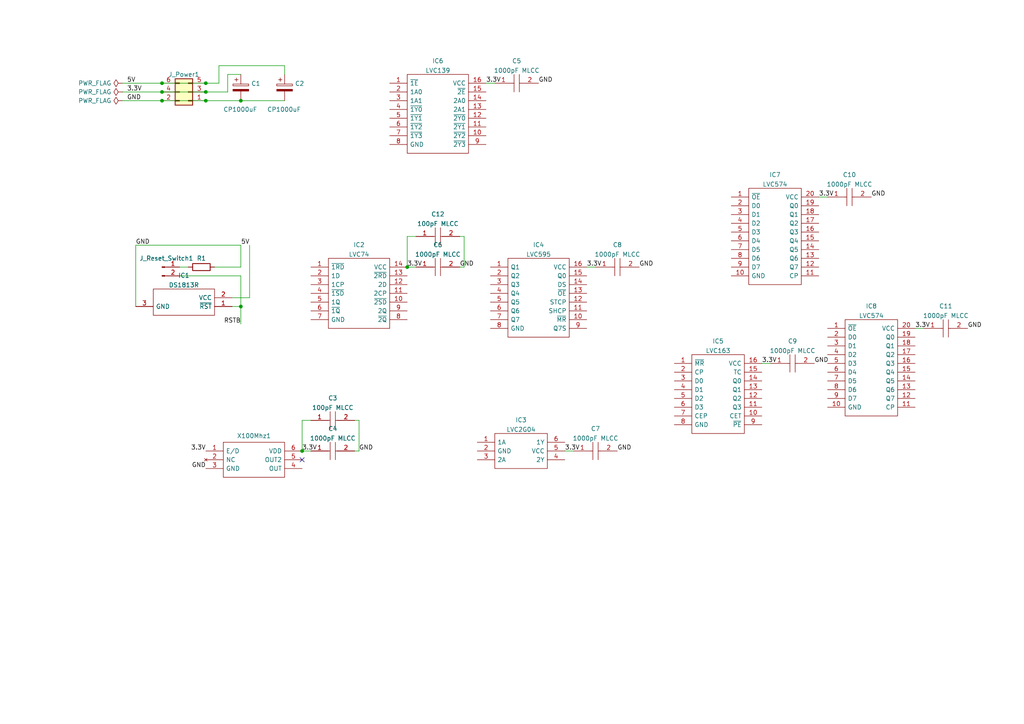
<source format=kicad_sch>
(kicad_sch (version 20211123) (generator eeschema)
  (paper "A4")
  (lib_symbols
    (symbol "Connector:Conn_01x02_Male" (pin_names (offset 1.016) hide)
      (property "Reference" "J" (at 0 2.54 0))
      (property "Value" "Conn_01x02_Male" (at 0 -5.08 0))
      (symbol "Conn_01x02_Male_1_1"
        (polyline (pts (xy 1.27 -2.54) (xy 0.8636 -2.54)) (stroke (width 0.1524)))
        (polyline (pts (xy 1.27 0) (xy 0.8636 0)) (stroke (width 0.1524)))
        (rectangle (start 0.8636 -2.413) (end 0 -2.667) (stroke (width 0.1524)) (fill (type outline)))
        (rectangle (start 0.8636 0.127) (end 0 -0.127) (stroke (width 0.1524)) (fill (type outline)))
        (pin passive line (at 5.08 0 180) (length 3.81) (name "Pin_1") (number "1"))
        (pin passive line (at 5.08 -2.54 180) (length 3.81) (name "Pin_2") (number "2"))
      )
    )
    (symbol "Connector_Generic:Conn_02x03_Odd_Even" (pin_names (offset 1.016) hide)
      (property "Reference" "J" (at 1.27 5.08 0))
      (property "Value" "Conn_02x03_Odd_Even" (at 1.27 -5.08 0))
      (symbol "Conn_02x03_Odd_Even_1_1"
        (rectangle (start -1.27 -2.413) (end 0 -2.667) (stroke (width 0.1524)))
        (rectangle (start -1.27 0.127) (end 0 -0.127) (stroke (width 0.1524)))
        (rectangle (start -1.27 2.667) (end 0 2.413) (stroke (width 0.1524)))
        (rectangle (start -1.27 3.81) (end 3.81 -3.81) (stroke (width 0.254)) (fill (type background)))
        (rectangle (start 3.81 -2.413) (end 2.54 -2.667) (stroke (width 0.1524)))
        (rectangle (start 3.81 0.127) (end 2.54 -0.127) (stroke (width 0.1524)))
        (rectangle (start 3.81 2.667) (end 2.54 2.413) (stroke (width 0.1524)))
        (pin passive line (at -5.08 2.54 0) (length 3.81) (name "Pin_1") (number "1"))
        (pin passive line (at 7.62 2.54 180) (length 3.81) (name "Pin_2") (number "2"))
        (pin passive line (at -5.08 0 0) (length 3.81) (name "Pin_3") (number "3"))
        (pin passive line (at 7.62 0 180) (length 3.81) (name "Pin_4") (number "4"))
        (pin passive line (at -5.08 -2.54 0) (length 3.81) (name "Pin_5") (number "5"))
        (pin passive line (at 7.62 -2.54 180) (length 3.81) (name "Pin_6") (number "6"))
      )
    )
    (symbol "Device:CP" (pin_numbers hide) (pin_names (offset 0.254))
      (property "Reference" "C" (at 0.635 2.54 0))
      (property "Value" "Device_CP" (at 0.635 -2.54 0))
      (symbol "CP_0_1"
        (rectangle (start -2.286 0.508) (end 2.286 1.016))
        (polyline (pts (xy -1.778 2.286) (xy -0.762 2.286)))
        (polyline (pts (xy -1.27 2.794) (xy -1.27 1.778)))
        (rectangle (start 2.286 -0.508) (end -2.286 -1.016) (fill (type outline)))
      )
      (symbol "CP_1_1"
        (pin passive line (at 0 3.81 270) (length 2.794) (name "~") (number "1"))
        (pin passive line (at 0 -3.81 90) (length 2.794) (name "~") (number "2"))
      )
    )
    (symbol "Device:R" (pin_numbers hide) (pin_names (offset 0))
      (property "Reference" "R" (at 2.032 0 90))
      (property "Value" "R" (at 0 0 90))
      (symbol "R_0_1"
        (rectangle (start -1.016 -2.54) (end 1.016 2.54) (stroke (width 0.254)))
      )
      (symbol "R_1_1"
        (pin passive line (at 0 3.81 270) (length 1.27) (name "~") (number "1"))
        (pin passive line (at 0 -3.81 90) (length 1.27) (name "~") (number "2"))
      )
    )
    (symbol "Maxim:DS1813R-10+T&R" (pin_names (offset 0.762))
      (property "Reference" "IC" (at 24.13 7.62 0))
      (property "Value" "DS1813R-10+T&R" (at 24.13 5.08 0))
      (symbol "DS1813R-10+T&R_0_0"
        (pin passive line (at 0 0 0) (length 5.08) (name "~{RST}") (number "1"))
        (pin passive line (at 0 -2.54 0) (length 5.08) (name "VCC") (number "2"))
        (pin passive line (at 27.94 0 180) (length 5.08) (name "GND") (number "3"))
      )
      (symbol "DS1813R-10+T&R_0_1"
        (polyline (pts (xy 5.08 2.54) (xy 22.86 2.54) (xy 22.86 -5.08) (xy 5.08 -5.08) (xy 5.08 2.54)) (stroke (width 0.1524)))
      )
    )
    (symbol "Nexperia:74LVC139PW,118" (pin_names (offset 0.762))
      (property "Reference" "IC" (at 24.13 7.62 0))
      (property "Value" "74LVC139PW,118" (at 24.13 5.08 0))
      (symbol "74LVC139PW,118_0_0"
        (pin passive line (at 0 0 0) (length 5.08) (name "~{1E}") (number "1"))
        (pin passive line (at 27.94 -15.24 180) (length 5.08) (name "~{2Y2}") (number "10"))
        (pin passive line (at 27.94 -12.7 180) (length 5.08) (name "~{2Y1}") (number "11"))
        (pin passive line (at 27.94 -10.16 180) (length 5.08) (name "~{2Y0}") (number "12"))
        (pin passive line (at 27.94 -7.62 180) (length 5.08) (name "2A1") (number "13"))
        (pin passive line (at 27.94 -5.08 180) (length 5.08) (name "2A0") (number "14"))
        (pin passive line (at 27.94 -2.54 180) (length 5.08) (name "~{2E}") (number "15"))
        (pin passive line (at 27.94 0 180) (length 5.08) (name "VCC") (number "16"))
        (pin passive line (at 0 -2.54 0) (length 5.08) (name "1A0") (number "2"))
        (pin passive line (at 0 -5.08 0) (length 5.08) (name "1A1") (number "3"))
        (pin passive line (at 0 -7.62 0) (length 5.08) (name "~{1Y0}") (number "4"))
        (pin passive line (at 0 -10.16 0) (length 5.08) (name "~{1Y1}") (number "5"))
        (pin passive line (at 0 -12.7 0) (length 5.08) (name "~{1Y2}") (number "6"))
        (pin passive line (at 0 -15.24 0) (length 5.08) (name "~{1Y3}") (number "7"))
        (pin passive line (at 0 -17.78 0) (length 5.08) (name "GND") (number "8"))
        (pin passive line (at 27.94 -17.78 180) (length 5.08) (name "~{2Y3}") (number "9"))
      )
      (symbol "74LVC139PW,118_0_1"
        (polyline (pts (xy 5.08 2.54) (xy 22.86 2.54) (xy 22.86 -20.32) (xy 5.08 -20.32) (xy 5.08 2.54)) (stroke (width 0.1524)))
      )
    )
    (symbol "Nexperia:74LVC163PW,118" (pin_names (offset 0.762))
      (property "Reference" "IC" (at 21.59 7.62 0))
      (property "Value" "74LVC163PW,118" (at 21.59 5.08 0))
      (symbol "74LVC163PW,118_0_0"
        (pin passive line (at 0 0 0) (length 5.08) (name "~{MR}") (number "1"))
        (pin passive line (at 25.4 -15.24 180) (length 5.08) (name "CET") (number "10"))
        (pin passive line (at 25.4 -12.7 180) (length 5.08) (name "Q3") (number "11"))
        (pin passive line (at 25.4 -10.16 180) (length 5.08) (name "Q2") (number "12"))
        (pin passive line (at 25.4 -7.62 180) (length 5.08) (name "Q1") (number "13"))
        (pin passive line (at 25.4 -5.08 180) (length 5.08) (name "Q0") (number "14"))
        (pin passive line (at 25.4 -2.54 180) (length 5.08) (name "TC") (number "15"))
        (pin passive line (at 25.4 0 180) (length 5.08) (name "VCC") (number "16"))
        (pin passive line (at 0 -2.54 0) (length 5.08) (name "CP") (number "2"))
        (pin passive line (at 0 -5.08 0) (length 5.08) (name "D0") (number "3"))
        (pin passive line (at 0 -7.62 0) (length 5.08) (name "D1") (number "4"))
        (pin passive line (at 0 -10.16 0) (length 5.08) (name "D2") (number "5"))
        (pin passive line (at 0 -12.7 0) (length 5.08) (name "D3") (number "6"))
        (pin passive line (at 0 -15.24 0) (length 5.08) (name "CEP") (number "7"))
        (pin passive line (at 0 -17.78 0) (length 5.08) (name "GND") (number "8"))
        (pin passive line (at 25.4 -17.78 180) (length 5.08) (name "~{PE}") (number "9"))
      )
      (symbol "74LVC163PW,118_0_1"
        (polyline (pts (xy 5.08 2.54) (xy 20.32 2.54) (xy 20.32 -20.32) (xy 5.08 -20.32) (xy 5.08 2.54)) (stroke (width 0.1524)))
      )
    )
    (symbol "Nexperia:74LVC2G04GW-Q100H" (pin_names (offset 0.762))
      (property "Reference" "IC" (at 21.59 7.62 0))
      (property "Value" "74LVC2G04GW-Q100H" (at 21.59 5.08 0))
      (symbol "74LVC2G04GW-Q100H_0_0"
        (pin passive line (at 0 0 0) (length 5.08) (name "1A") (number "1"))
        (pin passive line (at 0 -2.54 0) (length 5.08) (name "GND") (number "2"))
        (pin passive line (at 0 -5.08 0) (length 5.08) (name "2A") (number "3"))
        (pin passive line (at 25.4 -5.08 180) (length 5.08) (name "2Y") (number "4"))
        (pin passive line (at 25.4 -2.54 180) (length 5.08) (name "VCC") (number "5"))
        (pin passive line (at 25.4 0 180) (length 5.08) (name "1Y") (number "6"))
      )
      (symbol "74LVC2G04GW-Q100H_0_1"
        (polyline (pts (xy 5.08 2.54) (xy 20.32 2.54) (xy 20.32 -7.62) (xy 5.08 -7.62) (xy 5.08 2.54)) (stroke (width 0.1524)))
      )
    )
    (symbol "Nexperia:74LVC574AD,118" (pin_names (offset 0.762))
      (property "Reference" "IC" (at 21.59 7.62 0))
      (property "Value" "74LVC574AD,118" (at 21.59 5.08 0))
      (symbol "74LVC574AD,118_0_0"
        (pin passive line (at 0 0 0) (length 5.08) (name "~{OE}") (number "1"))
        (pin passive line (at 0 -22.86 0) (length 5.08) (name "GND") (number "10"))
        (pin passive line (at 25.4 -22.86 180) (length 5.08) (name "CP") (number "11"))
        (pin passive line (at 25.4 -20.32 180) (length 5.08) (name "Q7") (number "12"))
        (pin passive line (at 25.4 -17.78 180) (length 5.08) (name "Q6") (number "13"))
        (pin passive line (at 25.4 -15.24 180) (length 5.08) (name "Q5") (number "14"))
        (pin passive line (at 25.4 -12.7 180) (length 5.08) (name "Q4") (number "15"))
        (pin passive line (at 25.4 -10.16 180) (length 5.08) (name "Q3") (number "16"))
        (pin passive line (at 25.4 -7.62 180) (length 5.08) (name "Q2") (number "17"))
        (pin passive line (at 25.4 -5.08 180) (length 5.08) (name "Q1") (number "18"))
        (pin passive line (at 25.4 -2.54 180) (length 5.08) (name "Q0") (number "19"))
        (pin passive line (at 0 -2.54 0) (length 5.08) (name "D0") (number "2"))
        (pin passive line (at 25.4 0 180) (length 5.08) (name "VCC") (number "20"))
        (pin passive line (at 0 -5.08 0) (length 5.08) (name "D1") (number "3"))
        (pin passive line (at 0 -7.62 0) (length 5.08) (name "D2") (number "4"))
        (pin passive line (at 0 -10.16 0) (length 5.08) (name "D3") (number "5"))
        (pin passive line (at 0 -12.7 0) (length 5.08) (name "D4") (number "6"))
        (pin passive line (at 0 -15.24 0) (length 5.08) (name "D5") (number "7"))
        (pin passive line (at 0 -17.78 0) (length 5.08) (name "D6") (number "8"))
        (pin passive line (at 0 -20.32 0) (length 5.08) (name "D7") (number "9"))
      )
      (symbol "74LVC574AD,118_0_1"
        (polyline (pts (xy 5.08 2.54) (xy 20.32 2.54) (xy 20.32 -25.4) (xy 5.08 -25.4) (xy 5.08 2.54)) (stroke (width 0.1524)))
      )
    )
    (symbol "Nexperia:74LVC595AD,112" (pin_names (offset 0.762))
      (property "Reference" "IC" (at 24.13 7.62 0))
      (property "Value" "74LVC595AD,112" (at 24.13 5.08 0))
      (symbol "74LVC595AD,112_0_0"
        (pin passive line (at 0 0 0) (length 5.08) (name "Q1") (number "1"))
        (pin passive line (at 27.94 -15.24 180) (length 5.08) (name "~{MR}") (number "10"))
        (pin passive line (at 27.94 -12.7 180) (length 5.08) (name "SHCP") (number "11"))
        (pin passive line (at 27.94 -10.16 180) (length 5.08) (name "STCP") (number "12"))
        (pin passive line (at 27.94 -7.62 180) (length 5.08) (name "~{OE}") (number "13"))
        (pin passive line (at 27.94 -5.08 180) (length 5.08) (name "DS") (number "14"))
        (pin passive line (at 27.94 -2.54 180) (length 5.08) (name "Q0") (number "15"))
        (pin passive line (at 27.94 0 180) (length 5.08) (name "VCC") (number "16"))
        (pin passive line (at 0 -2.54 0) (length 5.08) (name "Q2") (number "2"))
        (pin passive line (at 0 -5.08 0) (length 5.08) (name "Q3") (number "3"))
        (pin passive line (at 0 -7.62 0) (length 5.08) (name "Q4") (number "4"))
        (pin passive line (at 0 -10.16 0) (length 5.08) (name "Q5") (number "5"))
        (pin passive line (at 0 -12.7 0) (length 5.08) (name "Q6") (number "6"))
        (pin passive line (at 0 -15.24 0) (length 5.08) (name "Q7") (number "7"))
        (pin passive line (at 0 -17.78 0) (length 5.08) (name "GND") (number "8"))
        (pin passive line (at 27.94 -17.78 180) (length 5.08) (name "Q7S") (number "9"))
      )
      (symbol "74LVC595AD,112_0_1"
        (polyline (pts (xy 5.08 2.54) (xy 22.86 2.54) (xy 22.86 -20.32) (xy 5.08 -20.32) (xy 5.08 2.54)) (stroke (width 0.1524)))
      )
    )
    (symbol "Nexperia:74LVC74APW,118" (pin_names (offset 0.762))
      (property "Reference" "IC" (at 24.13 7.62 0))
      (property "Value" "74LVC74APW,118" (at 24.13 5.08 0))
      (symbol "74LVC74APW,118_0_0"
        (pin passive line (at 0 0 0) (length 5.08) (name "~{1RD}") (number "1"))
        (pin passive line (at 27.94 -10.16 180) (length 5.08) (name "~{2SD}") (number "10"))
        (pin passive line (at 27.94 -7.62 180) (length 5.08) (name "2CP") (number "11"))
        (pin passive line (at 27.94 -5.08 180) (length 5.08) (name "2D") (number "12"))
        (pin passive line (at 27.94 -2.54 180) (length 5.08) (name "~{2RD}") (number "13"))
        (pin passive line (at 27.94 0 180) (length 5.08) (name "VCC") (number "14"))
        (pin passive line (at 0 -2.54 0) (length 5.08) (name "1D") (number "2"))
        (pin passive line (at 0 -5.08 0) (length 5.08) (name "1CP") (number "3"))
        (pin passive line (at 0 -7.62 0) (length 5.08) (name "~{1SD}") (number "4"))
        (pin passive line (at 0 -10.16 0) (length 5.08) (name "1Q") (number "5"))
        (pin passive line (at 0 -12.7 0) (length 5.08) (name "~{1Q}") (number "6"))
        (pin passive line (at 0 -15.24 0) (length 5.08) (name "GND") (number "7"))
        (pin passive line (at 27.94 -15.24 180) (length 5.08) (name "~{2Q}") (number "8"))
        (pin passive line (at 27.94 -12.7 180) (length 5.08) (name "2Q") (number "9"))
      )
      (symbol "74LVC74APW,118_0_1"
        (polyline (pts (xy 5.08 2.54) (xy 22.86 2.54) (xy 22.86 -17.78) (xy 5.08 -17.78) (xy 5.08 2.54)) (stroke (width 0.1524)))
      )
    )
    (symbol "Renesas:XLH735100.000000I" (pin_names (offset 0.762))
      (property "Reference" "Y" (at 24.13 7.62 0))
      (property "Value" "Renesas_XLH735100.000000I" (at 24.13 5.08 0))
      (symbol "XLH735100.000000I_0_0"
        (pin passive line (at 0 0 0) (length 5.08) (name "E/D") (number "1"))
        (pin no_connect line (at 0 -2.54 0) (length 5.08) (name "NC") (number "2"))
        (pin passive line (at 0 -5.08 0) (length 5.08) (name "GND") (number "3"))
        (pin passive line (at 27.94 -5.08 180) (length 5.08) (name "OUT") (number "4"))
        (pin passive line (at 27.94 -2.54 180) (length 5.08) (name "OUT2") (number "5"))
        (pin passive line (at 27.94 0 180) (length 5.08) (name "VDD") (number "6"))
      )
      (symbol "XLH735100.000000I_0_1"
        (polyline (pts (xy 5.08 2.54) (xy 22.86 2.54) (xy 22.86 -7.62) (xy 5.08 -7.62) (xy 5.08 2.54)) (stroke (width 0.1524)))
      )
    )
    (symbol "Wurth_Elektronik:885012207027" (pin_names (offset 0.762))
      (property "Reference" "C" (at 8.89 6.35 0))
      (property "Value" "885012207027" (at 8.89 3.81 0))
      (symbol "885012207027_0_0"
        (pin passive line (at 0 0 0) (length 5.08) (name "~") (number "1"))
        (pin passive line (at 12.7 0 180) (length 5.08) (name "~") (number "2"))
      )
      (symbol "885012207027_0_1"
        (polyline (pts (xy 5.08 0) (xy 5.588 0)) (stroke (width 0.1524)))
        (polyline (pts (xy 5.588 2.54) (xy 5.588 -2.54)) (stroke (width 0.1524)))
        (polyline (pts (xy 7.112 0) (xy 7.62 0)) (stroke (width 0.1524)))
        (polyline (pts (xy 7.112 2.54) (xy 7.112 -2.54)) (stroke (width 0.1524)))
      )
    )
    (symbol "Wurth_Elektronik:885012207033" (pin_names (offset 0.762))
      (property "Reference" "C" (at 8.89 6.35 0))
      (property "Value" "885012207033" (at 8.89 3.81 0))
      (symbol "885012207033_0_0"
        (pin passive line (at 0 0 0) (length 5.08) (name "~") (number "1"))
        (pin passive line (at 12.7 0 180) (length 5.08) (name "~") (number "2"))
      )
      (symbol "885012207033_0_1"
        (polyline (pts (xy 5.08 0) (xy 5.588 0)) (stroke (width 0.1524)))
        (polyline (pts (xy 5.588 2.54) (xy 5.588 -2.54)) (stroke (width 0.1524)))
        (polyline (pts (xy 7.112 0) (xy 7.62 0)) (stroke (width 0.1524)))
        (polyline (pts (xy 7.112 2.54) (xy 7.112 -2.54)) (stroke (width 0.1524)))
      )
    )
    (symbol "power:PWR_FLAG" (power) (pin_numbers hide) (pin_names (offset 0) hide)
      (property "Value" "PWR_FLAG" (at 0 3.81 0))
      (symbol "PWR_FLAG_0_0"
        (pin power_out line (at 0 0 90) (length 0) (name "pwr") (number "1"))
      )
      (symbol "PWR_FLAG_0_1"
        (polyline (pts (xy 0 0) (xy 0 1.27) (xy -1.016 1.905) (xy 0 2.54) (xy 1.016 1.905) (xy 0 1.27)))
      )
    )
  )
  (junction (at 69.85 88.9))
  (junction (at 46.99 29.21))
  (junction (at 59.69 26.67))
  (junction (at 69.85 29.21))
  (junction (at 118.11 77.47))
  (junction (at 87.63 130.81))
  (junction (at 46.99 26.67))
  (junction (at 46.99 24.13))
  (junction (at 59.69 24.13))
  (junction (at 59.69 29.21))
  (no_connect (at 87.63 133.35))
  (wire (pts (xy 69.85 88.9) (xy 69.85 80.01)))
  (wire (pts (xy 104.14 121.92) (xy 104.14 130.81)))
  (wire (pts (xy 87.63 121.92) (xy 90.17 121.92)))
  (wire (pts (xy 62.23 77.47) (xy 69.85 77.47)))
  (wire (pts (xy 120.65 77.47) (xy 118.11 77.47)))
  (wire (pts (xy 118.11 68.58) (xy 120.65 68.58)))
  (wire (pts (xy 134.62 68.58) (xy 133.35 68.58)))
  (wire (pts (xy 240.03 57.15) (xy 237.49 57.15)))
  (wire (pts (xy 39.37 88.9) (xy 39.37 71.12)))
  (wire (pts (xy 69.85 71.12) (xy 69.85 77.47)))
  (wire (pts (xy 59.69 26.67) (xy 46.99 26.67)))
  (wire (pts (xy 35.56 29.21) (xy 46.99 29.21)))
  (wire (pts (xy 63.5 19.05) (xy 82.55 19.05)))
  (wire (pts (xy 67.31 86.36) (xy 72.39 86.36)))
  (wire (pts (xy 66.04 21.59) (xy 66.04 26.67)))
  (wire (pts (xy 134.62 68.58) (xy 134.62 77.47)))
  (wire (pts (xy 59.69 24.13) (xy 63.5 24.13)))
  (wire (pts (xy 63.5 24.13) (xy 63.5 19.05)))
  (wire (pts (xy 267.97 95.25) (xy 265.43 95.25)))
  (wire (pts (xy 104.14 121.92) (xy 102.87 121.92)))
  (wire (pts (xy 46.99 29.21) (xy 59.69 29.21)))
  (wire (pts (xy 66.04 26.67) (xy 59.69 26.67)))
  (wire (pts (xy 82.55 19.05) (xy 82.55 21.59)))
  (wire (pts (xy 143.51 24.13) (xy 140.97 24.13)))
  (wire (pts (xy 87.63 130.81) (xy 87.63 121.92)))
  (wire (pts (xy 69.85 21.59) (xy 66.04 21.59)))
  (wire (pts (xy 59.69 29.21) (xy 69.85 29.21)))
  (wire (pts (xy 72.39 86.36) (xy 72.39 71.12)))
  (wire (pts (xy 90.17 130.81) (xy 87.63 130.81)))
  (wire (pts (xy 35.56 26.67) (xy 46.99 26.67)))
  (wire (pts (xy 67.31 88.9) (xy 69.85 88.9)))
  (wire (pts (xy 69.85 80.01) (xy 52.07 80.01)))
  (wire (pts (xy 69.85 93.98) (xy 69.85 88.9)))
  (wire (pts (xy 172.72 77.47) (xy 170.18 77.47)))
  (wire (pts (xy 166.37 130.81) (xy 163.83 130.81)))
  (wire (pts (xy 39.37 71.12) (xy 69.85 71.12)))
  (wire (pts (xy 118.11 77.47) (xy 118.11 68.58)))
  (wire (pts (xy 35.56 24.13) (xy 46.99 24.13)))
  (wire (pts (xy 133.35 77.47) (xy 134.62 77.47)))
  (wire (pts (xy 69.85 29.21) (xy 82.55 29.21)))
  (wire (pts (xy 104.14 130.81) (xy 102.87 130.81)))
  (wire (pts (xy 46.99 24.13) (xy 59.69 24.13)))
  (wire (pts (xy 54.61 77.47) (xy 52.07 77.47)))
  (wire (pts (xy 223.52 105.41) (xy 220.98 105.41)))
  (label "GND" (at 104.14 130.81 0))
  (label "5V" (at 72.39 71.12 180))
  (label "3.3V" (at 220.98 105.41 0))
  (label "GND" (at 36.83 29.21 0))
  (label "GND" (at 133.35 77.47 0))
  (label "GND" (at 39.37 71.12 0))
  (label "RSTB" (at 69.85 93.98 180))
  (label "3.3V" (at 163.83 130.81 0))
  (label "3.3V" (at 140.97 24.13 0))
  (label "3.3V" (at 237.49 57.15 0))
  (label "3.3V" (at 118.11 77.47 0))
  (label "5V" (at 36.83 24.13 0))
  (label "3.3V" (at 170.18 77.47 0))
  (label "GND" (at 280.67 95.25 0))
  (label "GND" (at 236.22 105.41 0))
  (label "3.3V" (at 59.69 130.81 180))
  (label "GND" (at 179.07 130.81 0))
  (label "3.3V" (at 265.43 95.25 0))
  (label "GND" (at 59.69 135.89 180))
  (label "3.3V" (at 36.83 26.67 0))
  (label "GND" (at 252.73 57.15 0))
  (label "GND" (at 185.42 77.47 0))
  (label "3.3V" (at 87.63 130.81 0))
  (label "GND" (at 156.21 24.13 0))
  (symbol (lib_id "Wurth_Elektronik:885012207033") (at 90.17 130.81 0) (unit 1)
    (property "Reference" "C4" (at 96.52 124.3543 0))
    (property "Value" "1000pF MLCC" (at 96.52 127.1294 0))
    (property "Footprint" "CAPC2012X90N" (effects hide))
    (property "Datasheet" "https://katalog.we-online.com/pbs/datasheet/885012207033.pdf" (effects hide))
    (property "Description" "Multilayer Ceramic Chip Capacitor WCAP-CSGP Series 0805 1000pF X7R0805102K016DFCT10000" (effects hide))
    (property "Height" "0.9" (effects hide))
    (property "Mouser Part Number" "710-885012207033" (effects hide))
    (property "Mouser Price/Stock" "https://www.mouser.co.uk/ProductDetail/Wurth-Elektronik/885012207033?qs=0KOYDY2FL28ky2lrUPvQ%2Fw%3D%3D" (effects hide))
    (property "Manufacturer_Name" "Wurth Elektronik" (effects hide))
    (property "Manufacturer_Part_Number" "885012207033" (effects hide))
  )
  (symbol (lib_id "Wurth_Elektronik:885012207033") (at 240.03 57.15 0) (unit 1)
    (property "Reference" "C10" (at 246.38 50.6943 0))
    (property "Value" "1000pF MLCC" (at 246.38 53.4694 0))
    (property "Footprint" "CAPC2012X90N" (effects hide))
    (property "Datasheet" "https://katalog.we-online.com/pbs/datasheet/885012207033.pdf" (effects hide))
    (property "Description" "Multilayer Ceramic Chip Capacitor WCAP-CSGP Series 0805 1000pF X7R0805102K016DFCT10000" (effects hide))
    (property "Height" "0.9" (effects hide))
    (property "Mouser Part Number" "710-885012207033" (effects hide))
    (property "Mouser Price/Stock" "https://www.mouser.co.uk/ProductDetail/Wurth-Elektronik/885012207033?qs=0KOYDY2FL28ky2lrUPvQ%2Fw%3D%3D" (effects hide))
    (property "Manufacturer_Name" "Wurth Elektronik" (effects hide))
    (property "Manufacturer_Part_Number" "885012207033" (effects hide))
  )
  (symbol (lib_id "Nexperia:74LVC574AD,118") (at 240.03 95.25 0) (unit 1)
    (property "Reference" "IC8" (at 252.73 88.7943 0))
    (property "Value" "LVC574" (at 252.73 91.5694 0))
    (property "Footprint" "SOIC127P1032X265-20N" (effects hide))
    (property "Datasheet" "https://assets.nexperia.com/documents/data-sheet/74LVC574A.pdf" (effects hide))
    (property "Description" "74LVC574A - Octal D-type flip-flop with 5 V tolerant inputs/outputs; positive edge-trigger (3-state)@en-us" (effects hide))
    (property "Height" "2.65" (effects hide))
    (property "Mouser Part Number" "771-74LVC574AD-T" (effects hide))
    (property "Mouser Price/Stock" "https://www.mouser.co.uk/ProductDetail/Nexperia/74LVC574AD118?qs=me8TqzrmIYVVWemAtQ0oag%3D%3D" (effects hide))
    (property "Manufacturer_Name" "Nexperia" (effects hide))
    (property "Manufacturer_Part_Number" "74LVC574AD,118" (effects hide))
  )
  (symbol (lib_id "Wurth_Elektronik:885012207027") (at 120.65 68.58 0) (unit 1)
    (property "Reference" "C12" (at 127 62.1243 0))
    (property "Value" "100pF MLCC" (at 127 64.8994 0))
    (property "Footprint" "CAPC2012X90N" (effects hide))
    (property "Datasheet" "https://katalog.we-online.com/pbs/datasheet/885012207027.pdf" (effects hide))
    (property "Description" "Multilayer Ceramic Chip Capacitor WCAP-CSGP Series 0805 100pF X7R0805101K016DFCT10000" (effects hide))
    (property "Height" "0.9" (effects hide))
    (property "Mouser Part Number" "710-885012207027" (effects hide))
    (property "Mouser Price/Stock" "https://www.mouser.co.uk/ProductDetail/Wurth-Elektronik/885012207027?qs=0KOYDY2FL28IWYVDh0DkrQ%3D%3D" (effects hide))
    (property "Manufacturer_Name" "Wurth Elektronik" (effects hide))
    (property "Manufacturer_Part_Number" "885012207027" (effects hide))
  )
  (symbol (lib_id "power:PWR_FLAG") (at 35.56 24.13 90) (unit 1)
    (property "Reference" "#FLG0102" (effects hide))
    (property "Value" "PWR_FLAG" (at 32.3342 24.13 90) (effects (justify left)))
  )
  (symbol (lib_id "power:PWR_FLAG") (at 35.56 29.21 90) (unit 1)
    (property "Reference" "#FLG0103" (effects hide))
    (property "Value" "PWR_FLAG" (at 32.3342 29.21 90) (effects (justify left)))
  )
  (symbol (lib_id "Wurth_Elektronik:885012207033") (at 172.72 77.47 0) (unit 1)
    (property "Reference" "C8" (at 179.07 71.0143 0))
    (property "Value" "1000pF MLCC" (at 179.07 73.7894 0))
    (property "Footprint" "CAPC2012X90N" (effects hide))
    (property "Datasheet" "https://katalog.we-online.com/pbs/datasheet/885012207033.pdf" (effects hide))
    (property "Description" "Multilayer Ceramic Chip Capacitor WCAP-CSGP Series 0805 1000pF X7R0805102K016DFCT10000" (effects hide))
    (property "Height" "0.9" (effects hide))
    (property "Mouser Part Number" "710-885012207033" (effects hide))
    (property "Mouser Price/Stock" "https://www.mouser.co.uk/ProductDetail/Wurth-Elektronik/885012207033?qs=0KOYDY2FL28ky2lrUPvQ%2Fw%3D%3D" (effects hide))
    (property "Manufacturer_Name" "Wurth Elektronik" (effects hide))
    (property "Manufacturer_Part_Number" "885012207033" (effects hide))
  )
  (symbol (lib_id "Wurth_Elektronik:885012207033") (at 120.65 77.47 0) (unit 1)
    (property "Reference" "C6" (at 127 71.0143 0))
    (property "Value" "1000pF MLCC" (at 127 73.7894 0))
    (property "Footprint" "CAPC2012X90N" (effects hide))
    (property "Datasheet" "https://katalog.we-online.com/pbs/datasheet/885012207033.pdf" (effects hide))
    (property "Description" "Multilayer Ceramic Chip Capacitor WCAP-CSGP Series 0805 1000pF X7R0805102K016DFCT10000" (effects hide))
    (property "Height" "0.9" (effects hide))
    (property "Mouser Part Number" "710-885012207033" (effects hide))
    (property "Mouser Price/Stock" "https://www.mouser.co.uk/ProductDetail/Wurth-Elektronik/885012207033?qs=0KOYDY2FL28ky2lrUPvQ%2Fw%3D%3D" (effects hide))
    (property "Manufacturer_Name" "Wurth Elektronik" (effects hide))
    (property "Manufacturer_Part_Number" "885012207033" (effects hide))
  )
  (symbol (lib_id "Connector:Conn_01x02_Male") (at 46.99 77.47 0) (unit 1)
    (property "Reference" "J_Reset_Switch1" (at 48.26 74.93 0))
    (property "Value" "Conn_01x02_Male" (effects hide))
    (property "Footprint" "Connector_PinHeader_2.54mm:PinHeader_1x02_P2.54mm_Vertical" (effects hide))
  )
  (symbol (lib_id "Nexperia:74LVC595AD,112") (at 142.24 77.47 0) (unit 1)
    (property "Reference" "IC4" (at 156.21 71.0143 0))
    (property "Value" "LVC595" (at 156.21 73.7894 0))
    (property "Footprint" "SOIC127P600X175-16N" (effects hide))
    (property "Datasheet" "https://assets.nexperia.com/documents/data-sheet/74LVC595A.pdf" (effects hide))
    (property "Description" "74LVC595A - 8-bit serial-in/serial-out or parallel-out shift register; 3-state@en-us" (effects hide))
    (property "Height" "1.75" (effects hide))
    (property "Mouser Part Number" "771-74LVC595AD" (effects hide))
    (property "Mouser Price/Stock" "https://www.mouser.co.uk/ProductDetail/Nexperia/74LVC595AD112?qs=me8TqzrmIYV0b%2FEB25dYCQ%3D%3D" (effects hide))
    (property "Manufacturer_Name" "Nexperia" (effects hide))
    (property "Manufacturer_Part_Number" "74LVC595AD,112" (effects hide))
  )
  (symbol (lib_id "Device:R") (at 58.42 77.47 270) (unit 1)
    (property "Reference" "R1" (at 58.42 74.93 90))
    (property "Value" "R" (effects hide))
    (property "Footprint" "Resistor_THT:R_Axial_DIN0204_L3.6mm_D1.6mm_P7.62mm_Horizontal" (effects hide))
  )
  (symbol (lib_id "Wurth_Elektronik:885012207033") (at 143.51 24.13 0) (unit 1)
    (property "Reference" "C5" (at 149.86 17.6743 0))
    (property "Value" "1000pF MLCC" (at 149.86 20.4494 0))
    (property "Footprint" "CAPC2012X90N" (effects hide))
    (property "Datasheet" "https://katalog.we-online.com/pbs/datasheet/885012207033.pdf" (effects hide))
    (property "Description" "Multilayer Ceramic Chip Capacitor WCAP-CSGP Series 0805 1000pF X7R0805102K016DFCT10000" (effects hide))
    (property "Height" "0.9" (effects hide))
    (property "Mouser Part Number" "710-885012207033" (effects hide))
    (property "Mouser Price/Stock" "https://www.mouser.co.uk/ProductDetail/Wurth-Elektronik/885012207033?qs=0KOYDY2FL28ky2lrUPvQ%2Fw%3D%3D" (effects hide))
    (property "Manufacturer_Name" "Wurth Elektronik" (effects hide))
    (property "Manufacturer_Part_Number" "885012207033" (effects hide))
  )
  (symbol (lib_id "Device:CP") (at 82.55 25.4 0) (unit 1)
    (property "Reference" "C2" (at 85.5472 24.2316 0) (effects (justify left)))
    (property "Value" "CP1000uF" (at 77.47 31.75 0) (effects (justify left)))
    (property "Footprint" "Capacitor_THT:CP_Radial_D7.5mm_P2.50mm" (effects hide))
  )
  (symbol (lib_id "Wurth_Elektronik:885012207033") (at 267.97 95.25 0) (unit 1)
    (property "Reference" "C11" (at 274.32 88.7943 0))
    (property "Value" "1000pF MLCC" (at 274.32 91.5694 0))
    (property "Footprint" "CAPC2012X90N" (effects hide))
    (property "Datasheet" "https://katalog.we-online.com/pbs/datasheet/885012207033.pdf" (effects hide))
    (property "Description" "Multilayer Ceramic Chip Capacitor WCAP-CSGP Series 0805 1000pF X7R0805102K016DFCT10000" (effects hide))
    (property "Height" "0.9" (effects hide))
    (property "Mouser Part Number" "710-885012207033" (effects hide))
    (property "Mouser Price/Stock" "https://www.mouser.co.uk/ProductDetail/Wurth-Elektronik/885012207033?qs=0KOYDY2FL28ky2lrUPvQ%2Fw%3D%3D" (effects hide))
    (property "Manufacturer_Name" "Wurth Elektronik" (effects hide))
    (property "Manufacturer_Part_Number" "885012207033" (effects hide))
  )
  (symbol (lib_id "Nexperia:74LVC74APW,118") (at 90.17 77.47 0) (unit 1)
    (property "Reference" "IC2" (at 104.14 71.0143 0))
    (property "Value" "LVC74" (at 104.14 73.7894 0))
    (property "Footprint" "SOP65P640X110-14N" (effects hide))
    (property "Datasheet" "https://assets.nexperia.com/documents/data-sheet/74LVC74A.pdf" (effects hide))
    (property "Description" "74LVC74A - Dual D-type flip-flop with set and reset; positive-edge trigger@en-us" (effects hide))
    (property "Height" "1.1" (effects hide))
    (property "Mouser Part Number" "771-74LVC74APW-T" (effects hide))
    (property "Mouser Price/Stock" "https://www.mouser.co.uk/ProductDetail/Nexperia/74LVC74APW118?qs=me8TqzrmIYVtXwVfet0lzw%3D%3D" (effects hide))
    (property "Manufacturer_Name" "Nexperia" (effects hide))
    (property "Manufacturer_Part_Number" "74LVC74APW,118" (effects hide))
  )
  (symbol (lib_id "Nexperia:74LVC574AD,118") (at 212.09 57.15 0) (unit 1)
    (property "Reference" "IC7" (at 224.79 50.6943 0))
    (property "Value" "LVC574" (at 224.79 53.4694 0))
    (property "Footprint" "SOIC127P1032X265-20N" (effects hide))
    (property "Datasheet" "https://assets.nexperia.com/documents/data-sheet/74LVC574A.pdf" (effects hide))
    (property "Description" "74LVC574A - Octal D-type flip-flop with 5 V tolerant inputs/outputs; positive edge-trigger (3-state)@en-us" (effects hide))
    (property "Height" "2.65" (effects hide))
    (property "Mouser Part Number" "771-74LVC574AD-T" (effects hide))
    (property "Mouser Price/Stock" "https://www.mouser.co.uk/ProductDetail/Nexperia/74LVC574AD118?qs=me8TqzrmIYVVWemAtQ0oag%3D%3D" (effects hide))
    (property "Manufacturer_Name" "Nexperia" (effects hide))
    (property "Manufacturer_Part_Number" "74LVC574AD,118" (effects hide))
  )
  (symbol (lib_id "Maxim:DS1813R-10+T&R") (at 67.31 88.9 180) (unit 1)
    (property "Reference" "IC1" (at 53.34 79.9043 0))
    (property "Value" "DS1813R" (at 53.34 82.6794 0))
    (property "Footprint" "SOT95P237X112-3N" (effects hide))
    (property "Datasheet" "https://componentsearchengine.com/Datasheets/2/DS1813R-10+T&R.pdf" (effects hide))
    (property "Description" "Maxim DS1813R-10+T&R, Voltage Supervisor 4.25  4.49 V, Reset Input, 3-Pin SOT-23" (effects hide))
    (property "Height" "1.12" (effects hide))
    (property "Mouser Part Number" "700-DS1813R-10T&R" (effects hide))
    (property "Mouser Price/Stock" "https://www.mouser.co.uk/ProductDetail/Maxim-Integrated/DS1813R-10%2bTR?qs=0Y9aZN%252BMVCUEX%2FgvPX%252B6Nw%3D%3D" (effects hide))
    (property "Manufacturer_Name" "Maxim Integrated" (effects hide))
    (property "Manufacturer_Part_Number" "DS1813R-10+T&R" (effects hide))
  )
  (symbol (lib_id "Nexperia:74LVC139PW,118") (at 113.03 24.13 0) (unit 1)
    (property "Reference" "IC6" (at 127 17.6743 0))
    (property "Value" "LVC139" (at 127 20.4494 0))
    (property "Footprint" "SOP65P640X110-16N" (effects hide))
    (property "Datasheet" "https://assets.nexperia.com/documents/data-sheet/74LVC139.pdf" (effects hide))
    (property "Description" "74LVC139 - Dual 2-to-4 line decoder/demultiplexer@en-us" (effects hide))
    (property "Height" "1.1" (effects hide))
    (property "Mouser Part Number" "771-74LVC139PW-T" (effects hide))
    (property "Mouser Price/Stock" "https://www.mouser.co.uk/ProductDetail/Nexperia/74LVC139PW118?qs=me8TqzrmIYVduxUT%2FTAZPg%3D%3D" (effects hide))
    (property "Manufacturer_Name" "Nexperia" (effects hide))
    (property "Manufacturer_Part_Number" "74LVC139PW,118" (effects hide))
  )
  (symbol (lib_id "Wurth_Elektronik:885012207033") (at 166.37 130.81 0) (unit 1)
    (property "Reference" "C7" (at 172.72 124.3543 0))
    (property "Value" "1000pF MLCC" (at 172.72 127.1294 0))
    (property "Footprint" "CAPC2012X90N" (effects hide))
    (property "Datasheet" "https://katalog.we-online.com/pbs/datasheet/885012207033.pdf" (effects hide))
    (property "Description" "Multilayer Ceramic Chip Capacitor WCAP-CSGP Series 0805 1000pF X7R0805102K016DFCT10000" (effects hide))
    (property "Height" "0.9" (effects hide))
    (property "Mouser Part Number" "710-885012207033" (effects hide))
    (property "Mouser Price/Stock" "https://www.mouser.co.uk/ProductDetail/Wurth-Elektronik/885012207033?qs=0KOYDY2FL28ky2lrUPvQ%2Fw%3D%3D" (effects hide))
    (property "Manufacturer_Name" "Wurth Elektronik" (effects hide))
    (property "Manufacturer_Part_Number" "885012207033" (effects hide))
  )
  (symbol (lib_id "Connector_Generic:Conn_02x03_Odd_Even") (at 54.61 26.67 180) (unit 1)
    (property "Reference" "J_Power1" (at 53.34 21.59 0))
    (property "Value" "Conn_02x03" (effects hide))
    (property "Footprint" "Connector_PinSocket_2.54mm:PinSocket_2x03_P2.54mm_Vertical" (effects hide))
  )
  (symbol (lib_id "Nexperia:74LVC163PW,118") (at 195.58 105.41 0) (unit 1)
    (property "Reference" "IC5" (at 208.28 98.9543 0))
    (property "Value" "LVC163" (at 208.28 101.7294 0))
    (property "Footprint" "SOP65P640X110-16N" (effects hide))
    (property "Datasheet" "https://assets.nexperia.com/documents/data-sheet/74LVC163.pdf" (effects hide))
    (property "Description" "74LVC163 - Presettable synchronous 4-bit binary counter; synchronous reset@en-us" (effects hide))
    (property "Height" "1.1" (effects hide))
    (property "Mouser Part Number" "771-74LVC163PW-T" (effects hide))
    (property "Mouser Price/Stock" "https://www.mouser.co.uk/ProductDetail/Nexperia/74LVC163PW118?qs=me8TqzrmIYUWRf9xrCNBjw%3D%3D" (effects hide))
    (property "Manufacturer_Name" "Nexperia" (effects hide))
    (property "Manufacturer_Part_Number" "74LVC163PW,118" (effects hide))
  )
  (symbol (lib_id "Renesas:XLH735100.000000I") (at 59.69 130.81 0) (unit 1)
    (property "Reference" "X100Mhz1" (at 73.66 126.4158 0))
    (property "Value" "XLH735100.000000I" (effects hide))
    (property "Footprint" "XLH735100000000I" (effects hide))
    (property "Datasheet" "https://www.renesas.com/us/en/document/dst/xl-family-low-phase-noise-quartz-based-pll-oscillators-datasheet" (effects hide))
    (property "Description" "SMD Crystal Oscillator 100MHz 3.3V 15pF 4-Pin CLCC Cut Tape" (effects hide))
    (property "Height" "1.45" (effects hide))
    (property "Mouser Part Number" "972-XLH735100000000I" (effects hide))
    (property "Mouser Price/Stock" "https://www.mouser.co.uk/ProductDetail/Renesas-IDT/XLH735100000000I?qs=itIaUkCn8qAdqSTL6ktHsw%3D%3D" (effects hide))
    (property "Manufacturer_Name" "Renesas Electronics" (effects hide))
    (property "Manufacturer_Part_Number" "XLH735100.000000I" (effects hide))
  )
  (symbol (lib_id "Wurth_Elektronik:885012207027") (at 90.17 121.92 0) (unit 1)
    (property "Reference" "C3" (at 96.52 115.4643 0))
    (property "Value" "100pF MLCC" (at 96.52 118.2394 0))
    (property "Footprint" "CAPC2012X90N" (effects hide))
    (property "Datasheet" "https://katalog.we-online.com/pbs/datasheet/885012207027.pdf" (effects hide))
    (property "Description" "Multilayer Ceramic Chip Capacitor WCAP-CSGP Series 0805 100pF X7R0805101K016DFCT10000" (effects hide))
    (property "Height" "0.9" (effects hide))
    (property "Mouser Part Number" "710-885012207027" (effects hide))
    (property "Mouser Price/Stock" "https://www.mouser.co.uk/ProductDetail/Wurth-Elektronik/885012207027?qs=0KOYDY2FL28IWYVDh0DkrQ%3D%3D" (effects hide))
    (property "Manufacturer_Name" "Wurth Elektronik" (effects hide))
    (property "Manufacturer_Part_Number" "885012207027" (effects hide))
  )
  (symbol (lib_id "Nexperia:74LVC2G04GW-Q100H") (at 138.43 128.27 0) (unit 1)
    (property "Reference" "IC3" (at 151.13 121.8143 0))
    (property "Value" "LVC2G04" (at 151.13 124.5894 0))
    (property "Footprint" "SOP65P210X110-6N" (effects hide))
    (property "Datasheet" "https://assets.nexperia.com/documents/data-sheet/74LVC2G04_Q100.pdf" (effects hide))
    (property "Description" "74LVC2G04-Q100 - Dual inverter@en-us" (effects hide))
    (property "Height" "1.1" (effects hide))
    (property "Manufacturer_Name" "Nexperia" (effects hide))
    (property "Manufacturer_Part_Number" "74LVC2G04GW-Q100H" (effects hide))
    (property "Mouser Part Number" "771-74LVC2G04GWQ100H" (effects hide))
    (property "Mouser Price/Stock" "https://www.mouser.co.uk/ProductDetail/Nexperia/74LVC2G04GW-Q100H?qs=Yna0arPQ0CQTXbBDVSrZqQ%3D%3D" (effects hide))
    (property "Arrow Part Number" "74LVC2G04GW-Q100H" (effects hide))
    (property "Arrow Price/Stock" "https://www.arrow.com/en/products/74lvc2g04gw-q100h/nexperia" (effects hide))
  )
  (symbol (lib_id "power:PWR_FLAG") (at 35.56 26.67 90) (unit 1)
    (property "Reference" "#FLG0101" (effects hide))
    (property "Value" "PWR_FLAG" (at 32.3342 26.67 90) (effects (justify left)))
  )
  (symbol (lib_id "Device:CP") (at 69.85 25.4 0) (unit 1)
    (property "Reference" "C1" (at 72.8472 24.2316 0) (effects (justify left)))
    (property "Value" "CP1000uF" (at 64.77 31.75 0) (effects (justify left)))
    (property "Footprint" "Capacitor_THT:CP_Radial_D7.5mm_P2.50mm" (effects hide))
  )
  (symbol (lib_id "Wurth_Elektronik:885012207033") (at 223.52 105.41 0) (unit 1)
    (property "Reference" "C9" (at 229.87 98.9543 0))
    (property "Value" "1000pF MLCC" (at 229.87 101.7294 0))
    (property "Footprint" "CAPC2012X90N" (effects hide))
    (property "Datasheet" "https://katalog.we-online.com/pbs/datasheet/885012207033.pdf" (effects hide))
    (property "Description" "Multilayer Ceramic Chip Capacitor WCAP-CSGP Series 0805 1000pF X7R0805102K016DFCT10000" (effects hide))
    (property "Height" "0.9" (effects hide))
    (property "Mouser Part Number" "710-885012207033" (effects hide))
    (property "Mouser Price/Stock" "https://www.mouser.co.uk/ProductDetail/Wurth-Elektronik/885012207033?qs=0KOYDY2FL28ky2lrUPvQ%2Fw%3D%3D" (effects hide))
    (property "Manufacturer_Name" "Wurth Elektronik" (effects hide))
    (property "Manufacturer_Part_Number" "885012207033" (effects hide))
  )
)
</source>
